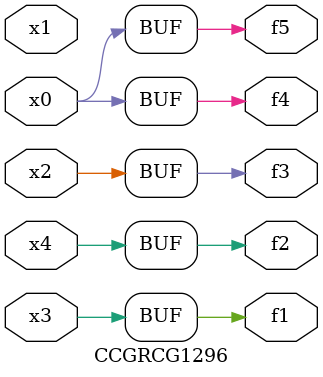
<source format=v>
module CCGRCG1296(
	input x0, x1, x2, x3, x4,
	output f1, f2, f3, f4, f5
);
	assign f1 = x3;
	assign f2 = x4;
	assign f3 = x2;
	assign f4 = x0;
	assign f5 = x0;
endmodule

</source>
